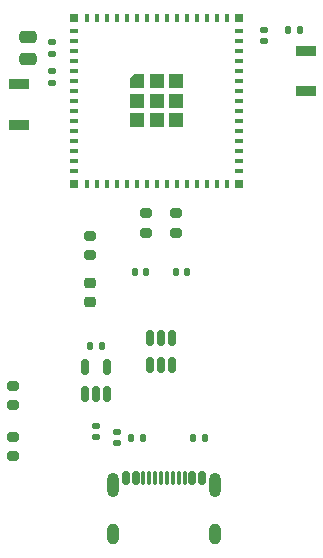
<source format=gbr>
%TF.GenerationSoftware,KiCad,Pcbnew,8.0.6*%
%TF.CreationDate,2024-11-08T16:37:23+02:00*%
%TF.ProjectId,MiniBit,4d696e69-4269-4742-9e6b-696361645f70,1.0*%
%TF.SameCoordinates,Original*%
%TF.FileFunction,Paste,Top*%
%TF.FilePolarity,Positive*%
%FSLAX46Y46*%
G04 Gerber Fmt 4.6, Leading zero omitted, Abs format (unit mm)*
G04 Created by KiCad (PCBNEW 8.0.6) date 2024-11-08 16:37:23*
%MOMM*%
%LPD*%
G01*
G04 APERTURE LIST*
G04 Aperture macros list*
%AMRoundRect*
0 Rectangle with rounded corners*
0 $1 Rounding radius*
0 $2 $3 $4 $5 $6 $7 $8 $9 X,Y pos of 4 corners*
0 Add a 4 corners polygon primitive as box body*
4,1,4,$2,$3,$4,$5,$6,$7,$8,$9,$2,$3,0*
0 Add four circle primitives for the rounded corners*
1,1,$1+$1,$2,$3*
1,1,$1+$1,$4,$5*
1,1,$1+$1,$6,$7*
1,1,$1+$1,$8,$9*
0 Add four rect primitives between the rounded corners*
20,1,$1+$1,$2,$3,$4,$5,0*
20,1,$1+$1,$4,$5,$6,$7,0*
20,1,$1+$1,$6,$7,$8,$9,0*
20,1,$1+$1,$8,$9,$2,$3,0*%
%AMOutline5P*
0 Free polygon, 5 corners , with rotation*
0 The origin of the aperture is its center*
0 number of corners: always 5*
0 $1 to $10 corner X, Y*
0 $11 Rotation angle, in degrees counterclockwise*
0 create outline with 5 corners*
4,1,5,$1,$2,$3,$4,$5,$6,$7,$8,$9,$10,$1,$2,$11*%
%AMOutline6P*
0 Free polygon, 6 corners , with rotation*
0 The origin of the aperture is its center*
0 number of corners: always 6*
0 $1 to $12 corner X, Y*
0 $13 Rotation angle, in degrees counterclockwise*
0 create outline with 6 corners*
4,1,6,$1,$2,$3,$4,$5,$6,$7,$8,$9,$10,$11,$12,$1,$2,$13*%
%AMOutline7P*
0 Free polygon, 7 corners , with rotation*
0 The origin of the aperture is its center*
0 number of corners: always 7*
0 $1 to $14 corner X, Y*
0 $15 Rotation angle, in degrees counterclockwise*
0 create outline with 7 corners*
4,1,7,$1,$2,$3,$4,$5,$6,$7,$8,$9,$10,$11,$12,$13,$14,$1,$2,$15*%
%AMOutline8P*
0 Free polygon, 8 corners , with rotation*
0 The origin of the aperture is its center*
0 number of corners: always 8*
0 $1 to $16 corner X, Y*
0 $17 Rotation angle, in degrees counterclockwise*
0 create outline with 8 corners*
4,1,8,$1,$2,$3,$4,$5,$6,$7,$8,$9,$10,$11,$12,$13,$14,$15,$16,$1,$2,$17*%
G04 Aperture macros list end*
%ADD10R,1.700000X0.900000*%
%ADD11RoundRect,0.140000X-0.140000X-0.170000X0.140000X-0.170000X0.140000X0.170000X-0.140000X0.170000X0*%
%ADD12RoundRect,0.150000X0.150000X-0.512500X0.150000X0.512500X-0.150000X0.512500X-0.150000X-0.512500X0*%
%ADD13RoundRect,0.147500X0.172500X-0.147500X0.172500X0.147500X-0.172500X0.147500X-0.172500X-0.147500X0*%
%ADD14RoundRect,0.135000X-0.135000X-0.185000X0.135000X-0.185000X0.135000X0.185000X-0.135000X0.185000X0*%
%ADD15RoundRect,0.140000X-0.170000X0.140000X-0.170000X-0.140000X0.170000X-0.140000X0.170000X0.140000X0*%
%ADD16RoundRect,0.250000X0.475000X-0.250000X0.475000X0.250000X-0.475000X0.250000X-0.475000X-0.250000X0*%
%ADD17RoundRect,0.140000X0.170000X-0.140000X0.170000X0.140000X-0.170000X0.140000X-0.170000X-0.140000X0*%
%ADD18RoundRect,0.135000X0.135000X0.185000X-0.135000X0.185000X-0.135000X-0.185000X0.135000X-0.185000X0*%
%ADD19RoundRect,0.200000X0.275000X-0.200000X0.275000X0.200000X-0.275000X0.200000X-0.275000X-0.200000X0*%
%ADD20RoundRect,0.200000X-0.275000X0.200000X-0.275000X-0.200000X0.275000X-0.200000X0.275000X0.200000X0*%
%ADD21RoundRect,0.140000X0.140000X0.170000X-0.140000X0.170000X-0.140000X-0.170000X0.140000X-0.170000X0*%
%ADD22R,0.800000X0.400000*%
%ADD23R,0.400000X0.800000*%
%ADD24Outline5P,-0.600000X0.204000X-0.204000X0.600000X0.600000X0.600000X0.600000X-0.600000X-0.600000X-0.600000X0.000000*%
%ADD25R,1.200000X1.200000*%
%ADD26R,0.800000X0.800000*%
%ADD27RoundRect,0.218750X-0.256250X0.218750X-0.256250X-0.218750X0.256250X-0.218750X0.256250X0.218750X0*%
%ADD28RoundRect,0.150000X-0.150000X-0.425000X0.150000X-0.425000X0.150000X0.425000X-0.150000X0.425000X0*%
%ADD29RoundRect,0.075000X-0.075000X-0.500000X0.075000X-0.500000X0.075000X0.500000X-0.075000X0.500000X0*%
%ADD30O,1.000000X2.100000*%
%ADD31O,1.000000X1.800000*%
G04 APERTURE END LIST*
D10*
%TO.C,SW2*%
X136250000Y-79756250D03*
X136250000Y-76356250D03*
%TD*%
D11*
%TO.C,C8*%
X149520000Y-92256250D03*
X150480000Y-92256250D03*
%TD*%
D12*
%TO.C,U2*%
X147300000Y-100143750D03*
X148250000Y-100143750D03*
X149200000Y-100143750D03*
X149200000Y-97868750D03*
X148250000Y-97868750D03*
X147300000Y-97868750D03*
%TD*%
D10*
%TO.C,SW1*%
X160500000Y-76956250D03*
X160500000Y-73556250D03*
%TD*%
D13*
%TO.C,F1*%
X144500000Y-106756250D03*
X144500000Y-105786250D03*
%TD*%
D11*
%TO.C,C6*%
X142270000Y-98506250D03*
X143230000Y-98506250D03*
%TD*%
D14*
%TO.C,R3*%
X145740000Y-106256250D03*
X146760000Y-106256250D03*
%TD*%
D15*
%TO.C,C4*%
X139000000Y-75256250D03*
X139000000Y-76216250D03*
%TD*%
%TO.C,C3*%
X157000000Y-71756250D03*
X157000000Y-72716250D03*
%TD*%
D16*
%TO.C,C2*%
X137000000Y-74206250D03*
X137000000Y-72306250D03*
%TD*%
D17*
%TO.C,C5*%
X142750000Y-106236250D03*
X142750000Y-105276250D03*
%TD*%
%TO.C,C1*%
X139000000Y-73756250D03*
X139000000Y-72796250D03*
%TD*%
D18*
%TO.C,R1*%
X160000000Y-71756250D03*
X158980000Y-71756250D03*
%TD*%
D19*
%TO.C,R8*%
X135750000Y-107831250D03*
X135750000Y-106181250D03*
%TD*%
D20*
%TO.C,R5*%
X147000000Y-87256250D03*
X147000000Y-88906250D03*
%TD*%
D12*
%TO.C,U3*%
X141800000Y-102531250D03*
X142750000Y-102531250D03*
X143700000Y-102531250D03*
X143700000Y-100256250D03*
X141800000Y-100256250D03*
%TD*%
D21*
%TO.C,C7*%
X147000000Y-92256250D03*
X146040000Y-92256250D03*
%TD*%
D20*
%TO.C,R7*%
X135750000Y-101856250D03*
X135750000Y-103506250D03*
%TD*%
D22*
%TO.C,U1*%
X140900000Y-71806250D03*
X140900000Y-72656250D03*
X140900000Y-73506250D03*
X140900000Y-74356250D03*
X140900000Y-75206250D03*
X140900000Y-76056250D03*
X140900000Y-76906250D03*
X140900000Y-77756250D03*
X140900000Y-78606250D03*
X140900000Y-79456250D03*
X140900000Y-80306250D03*
X140900000Y-81156250D03*
X140900000Y-82006250D03*
X140900000Y-82856250D03*
X140900000Y-83706250D03*
D23*
X141950000Y-84756250D03*
X142800000Y-84756250D03*
X143650000Y-84756250D03*
X144500000Y-84756250D03*
X145350000Y-84756250D03*
X146200000Y-84756250D03*
X147050000Y-84756250D03*
X147900000Y-84756250D03*
X148750000Y-84756250D03*
X149600000Y-84756250D03*
X150450000Y-84756250D03*
X151300000Y-84756250D03*
X152150000Y-84756250D03*
X153000000Y-84756250D03*
X153850000Y-84756250D03*
D22*
X154900000Y-83706250D03*
X154900000Y-82856250D03*
X154900000Y-82006250D03*
X154900000Y-81156250D03*
X154900000Y-80306250D03*
X154900000Y-79456250D03*
X154900000Y-78606250D03*
X154900000Y-77756250D03*
X154900000Y-76906250D03*
X154900000Y-76056250D03*
X154900000Y-75206250D03*
X154900000Y-74356250D03*
X154900000Y-73506250D03*
X154900000Y-72656250D03*
X154900000Y-71806250D03*
D23*
X153850000Y-70756250D03*
X153000000Y-70756250D03*
X152150000Y-70756250D03*
X151300000Y-70756250D03*
X150450000Y-70756250D03*
X149600000Y-70756250D03*
X148750000Y-70756250D03*
X147900000Y-70756250D03*
X147050000Y-70756250D03*
X146200000Y-70756250D03*
X145350000Y-70756250D03*
X144500000Y-70756250D03*
X143650000Y-70756250D03*
X142800000Y-70756250D03*
X141950000Y-70756250D03*
D24*
X146250000Y-76106250D03*
D25*
X146250000Y-77756250D03*
X146250000Y-79406250D03*
X147900000Y-76106250D03*
X147900000Y-77756250D03*
X147900000Y-79406250D03*
X149550000Y-76106250D03*
X149550000Y-77756250D03*
X149550000Y-79406250D03*
D26*
X140900000Y-70756250D03*
X140900000Y-84756250D03*
X154900000Y-84756250D03*
X154900000Y-70756250D03*
%TD*%
D18*
%TO.C,R4*%
X152010000Y-106256250D03*
X150990000Y-106256250D03*
%TD*%
D27*
%TO.C,D1*%
X142250000Y-93181250D03*
X142250000Y-94756250D03*
%TD*%
D19*
%TO.C,R2*%
X142250000Y-90831250D03*
X142250000Y-89181250D03*
%TD*%
D28*
%TO.C,J5*%
X145300000Y-109676250D03*
X146100000Y-109676250D03*
D29*
X147250000Y-109676250D03*
X148250000Y-109676250D03*
X148750000Y-109676250D03*
X149750000Y-109676250D03*
D28*
X150900000Y-109676250D03*
X151700000Y-109676250D03*
X151700000Y-109676250D03*
X150900000Y-109676250D03*
D29*
X150250000Y-109676250D03*
X149250000Y-109676250D03*
X147750000Y-109676250D03*
X146750000Y-109676250D03*
D28*
X146100000Y-109676250D03*
X145300000Y-109676250D03*
D30*
X144180000Y-110251250D03*
D31*
X144180000Y-114431250D03*
D30*
X152820000Y-110251250D03*
D31*
X152820000Y-114431250D03*
%TD*%
D20*
%TO.C,R6*%
X149500000Y-87256250D03*
X149500000Y-88906250D03*
%TD*%
M02*

</source>
